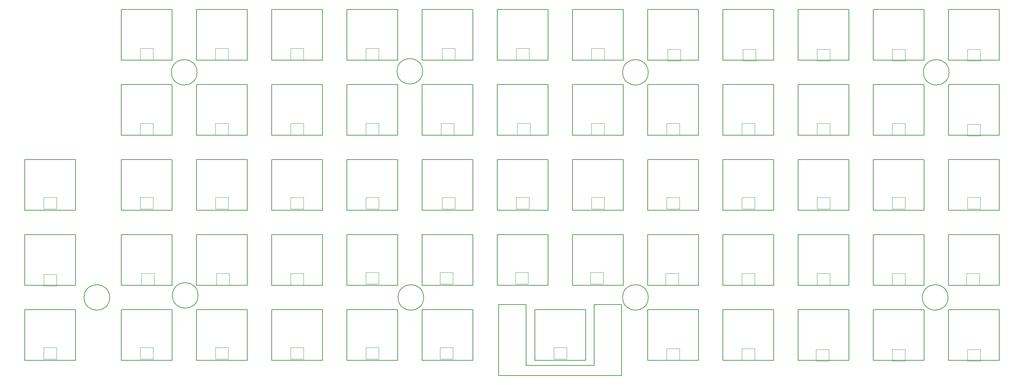
<source format=gbr>
%TF.GenerationSoftware,KiCad,Pcbnew,(5.1.6-0-10_14)*%
%TF.CreationDate,2021-04-03T15:29:21+02:00*%
%TF.ProjectId,Mech50-keyboard,4d656368-3530-42d6-9b65-79626f617264,rev?*%
%TF.SameCoordinates,Original*%
%TF.FileFunction,Other,Comment*%
%FSLAX46Y46*%
G04 Gerber Fmt 4.6, Leading zero omitted, Abs format (unit mm)*
G04 Created by KiCad (PCBNEW (5.1.6-0-10_14)) date 2021-04-03 15:29:21*
%MOMM*%
%LPD*%
G01*
G04 APERTURE LIST*
%ADD10C,0.120000*%
%ADD11C,0.152400*%
%ADD12C,0.150000*%
G04 APERTURE END LIST*
D10*
%TO.C,RGB-61*%
X294564000Y-140078000D02*
X294564000Y-142878000D01*
X294564000Y-142878000D02*
X297764000Y-142878000D01*
X297764000Y-142878000D02*
X297764000Y-140078000D01*
X297764000Y-140078000D02*
X294564000Y-140078000D01*
%TO.C,RGB-60*%
X275768000Y-140078000D02*
X275768000Y-142878000D01*
X275768000Y-142878000D02*
X278968000Y-142878000D01*
X278968000Y-142878000D02*
X278968000Y-140078000D01*
X278968000Y-140078000D02*
X275768000Y-140078000D01*
%TO.C,RGB-59*%
X256718000Y-140078000D02*
X256718000Y-142878000D01*
X256718000Y-142878000D02*
X259918000Y-142878000D01*
X259918000Y-142878000D02*
X259918000Y-140078000D01*
X259918000Y-140078000D02*
X256718000Y-140078000D01*
%TO.C,RGB-58*%
X238176000Y-139824000D02*
X238176000Y-142624000D01*
X238176000Y-142624000D02*
X241376000Y-142624000D01*
X241376000Y-142624000D02*
X241376000Y-139824000D01*
X241376000Y-139824000D02*
X238176000Y-139824000D01*
%TO.C,RGB-57*%
X219380000Y-139824000D02*
X219380000Y-142624000D01*
X219380000Y-142624000D02*
X222580000Y-142624000D01*
X222580000Y-142624000D02*
X222580000Y-139824000D01*
X222580000Y-139824000D02*
X219380000Y-139824000D01*
%TO.C,RGB-56*%
X191186000Y-139570000D02*
X191186000Y-142370000D01*
X191186000Y-142370000D02*
X194386000Y-142370000D01*
X194386000Y-142370000D02*
X194386000Y-139570000D01*
X194386000Y-139570000D02*
X191186000Y-139570000D01*
%TO.C,RGB-55*%
X162738000Y-139570000D02*
X162738000Y-142370000D01*
X162738000Y-142370000D02*
X165938000Y-142370000D01*
X165938000Y-142370000D02*
X165938000Y-139570000D01*
X165938000Y-139570000D02*
X162738000Y-139570000D01*
%TO.C,RGB-54*%
X144196000Y-139570000D02*
X144196000Y-142370000D01*
X144196000Y-142370000D02*
X147396000Y-142370000D01*
X147396000Y-142370000D02*
X147396000Y-139570000D01*
X147396000Y-139570000D02*
X144196000Y-139570000D01*
%TO.C,RGB-53*%
X125400000Y-139570000D02*
X125400000Y-142370000D01*
X125400000Y-142370000D02*
X128600000Y-142370000D01*
X128600000Y-142370000D02*
X128600000Y-139570000D01*
X128600000Y-139570000D02*
X125400000Y-139570000D01*
%TO.C,RGB-52*%
X106604000Y-139570000D02*
X106604000Y-142370000D01*
X106604000Y-142370000D02*
X109804000Y-142370000D01*
X109804000Y-142370000D02*
X109804000Y-139570000D01*
X109804000Y-139570000D02*
X106604000Y-139570000D01*
%TO.C,RGB-51*%
X87808000Y-139570000D02*
X87808000Y-142370000D01*
X87808000Y-142370000D02*
X91008000Y-142370000D01*
X91008000Y-142370000D02*
X91008000Y-139570000D01*
X91008000Y-139570000D02*
X87808000Y-139570000D01*
%TO.C,RGB-50*%
X63678000Y-139570000D02*
X63678000Y-142370000D01*
X63678000Y-142370000D02*
X66878000Y-142370000D01*
X66878000Y-142370000D02*
X66878000Y-139570000D01*
X66878000Y-139570000D02*
X63678000Y-139570000D01*
%TO.C,RGB-49*%
X66878000Y-124082000D02*
X66878000Y-121282000D01*
X66878000Y-121282000D02*
X63678000Y-121282000D01*
X63678000Y-121282000D02*
X63678000Y-124082000D01*
X63678000Y-124082000D02*
X66878000Y-124082000D01*
%TO.C,RGB-48*%
X91262000Y-123828000D02*
X91262000Y-121028000D01*
X91262000Y-121028000D02*
X88062000Y-121028000D01*
X88062000Y-121028000D02*
X88062000Y-123828000D01*
X88062000Y-123828000D02*
X91262000Y-123828000D01*
%TO.C,RGB-47*%
X110058000Y-123828000D02*
X110058000Y-121028000D01*
X110058000Y-121028000D02*
X106858000Y-121028000D01*
X106858000Y-121028000D02*
X106858000Y-123828000D01*
X106858000Y-123828000D02*
X110058000Y-123828000D01*
%TO.C,RGB-46*%
X128600000Y-123828000D02*
X128600000Y-121028000D01*
X128600000Y-121028000D02*
X125400000Y-121028000D01*
X125400000Y-121028000D02*
X125400000Y-123828000D01*
X125400000Y-123828000D02*
X128600000Y-123828000D01*
%TO.C,RGB-45*%
X147396000Y-123574000D02*
X147396000Y-120774000D01*
X147396000Y-120774000D02*
X144196000Y-120774000D01*
X144196000Y-120774000D02*
X144196000Y-123574000D01*
X144196000Y-123574000D02*
X147396000Y-123574000D01*
%TO.C,RGB-44*%
X165938000Y-123574000D02*
X165938000Y-120774000D01*
X165938000Y-120774000D02*
X162738000Y-120774000D01*
X162738000Y-120774000D02*
X162738000Y-123574000D01*
X162738000Y-123574000D02*
X165938000Y-123574000D01*
%TO.C,RGB-43*%
X184734000Y-123574000D02*
X184734000Y-120774000D01*
X184734000Y-120774000D02*
X181534000Y-120774000D01*
X181534000Y-120774000D02*
X181534000Y-123574000D01*
X181534000Y-123574000D02*
X184734000Y-123574000D01*
%TO.C,RGB-42*%
X203530000Y-123574000D02*
X203530000Y-120774000D01*
X203530000Y-120774000D02*
X200330000Y-120774000D01*
X200330000Y-120774000D02*
X200330000Y-123574000D01*
X200330000Y-123574000D02*
X203530000Y-123574000D01*
%TO.C,RGB-41*%
X222326000Y-123828000D02*
X222326000Y-121028000D01*
X222326000Y-121028000D02*
X219126000Y-121028000D01*
X219126000Y-121028000D02*
X219126000Y-123828000D01*
X219126000Y-123828000D02*
X222326000Y-123828000D01*
%TO.C,RGB-40*%
X241376000Y-123828000D02*
X241376000Y-121028000D01*
X241376000Y-121028000D02*
X238176000Y-121028000D01*
X238176000Y-121028000D02*
X238176000Y-123828000D01*
X238176000Y-123828000D02*
X241376000Y-123828000D01*
%TO.C,RGB-39*%
X260172000Y-123828000D02*
X260172000Y-121028000D01*
X260172000Y-121028000D02*
X256972000Y-121028000D01*
X256972000Y-121028000D02*
X256972000Y-123828000D01*
X256972000Y-123828000D02*
X260172000Y-123828000D01*
%TO.C,RGB-38*%
X278968000Y-123828000D02*
X278968000Y-121028000D01*
X278968000Y-121028000D02*
X275768000Y-121028000D01*
X275768000Y-121028000D02*
X275768000Y-123828000D01*
X275768000Y-123828000D02*
X278968000Y-123828000D01*
%TO.C,RGB-37*%
X297510000Y-123828000D02*
X297510000Y-121028000D01*
X297510000Y-121028000D02*
X294310000Y-121028000D01*
X294310000Y-121028000D02*
X294310000Y-123828000D01*
X294310000Y-123828000D02*
X297510000Y-123828000D01*
%TO.C,RGB-36*%
X294564000Y-101978000D02*
X294564000Y-104778000D01*
X294564000Y-104778000D02*
X297764000Y-104778000D01*
X297764000Y-104778000D02*
X297764000Y-101978000D01*
X297764000Y-101978000D02*
X294564000Y-101978000D01*
%TO.C,RGB-35*%
X275768000Y-101978000D02*
X275768000Y-104778000D01*
X275768000Y-104778000D02*
X278968000Y-104778000D01*
X278968000Y-104778000D02*
X278968000Y-101978000D01*
X278968000Y-101978000D02*
X275768000Y-101978000D01*
%TO.C,RGB-34*%
X256972000Y-101978000D02*
X256972000Y-104778000D01*
X256972000Y-104778000D02*
X260172000Y-104778000D01*
X260172000Y-104778000D02*
X260172000Y-101978000D01*
X260172000Y-101978000D02*
X256972000Y-101978000D01*
%TO.C,RGB-33*%
X238176000Y-101978000D02*
X238176000Y-104778000D01*
X238176000Y-104778000D02*
X241376000Y-104778000D01*
X241376000Y-104778000D02*
X241376000Y-101978000D01*
X241376000Y-101978000D02*
X238176000Y-101978000D01*
%TO.C,RGB-32*%
X219380000Y-101978000D02*
X219380000Y-104778000D01*
X219380000Y-104778000D02*
X222580000Y-104778000D01*
X222580000Y-104778000D02*
X222580000Y-101978000D01*
X222580000Y-101978000D02*
X219380000Y-101978000D01*
%TO.C,RGB-31*%
X200584000Y-101978000D02*
X200584000Y-104778000D01*
X200584000Y-104778000D02*
X203784000Y-104778000D01*
X203784000Y-104778000D02*
X203784000Y-101978000D01*
X203784000Y-101978000D02*
X200584000Y-101978000D01*
%TO.C,RGB-30*%
X181788000Y-101978000D02*
X181788000Y-104778000D01*
X181788000Y-104778000D02*
X184988000Y-104778000D01*
X184988000Y-104778000D02*
X184988000Y-101978000D01*
X184988000Y-101978000D02*
X181788000Y-101978000D01*
%TO.C,RGB-29*%
X163246000Y-101978000D02*
X163246000Y-104778000D01*
X163246000Y-104778000D02*
X166446000Y-104778000D01*
X166446000Y-104778000D02*
X166446000Y-101978000D01*
X166446000Y-101978000D02*
X163246000Y-101978000D01*
%TO.C,RGB-28*%
X144196000Y-101978000D02*
X144196000Y-104778000D01*
X144196000Y-104778000D02*
X147396000Y-104778000D01*
X147396000Y-104778000D02*
X147396000Y-101978000D01*
X147396000Y-101978000D02*
X144196000Y-101978000D01*
%TO.C,RGB-27*%
X125400000Y-101978000D02*
X125400000Y-104778000D01*
X125400000Y-104778000D02*
X128600000Y-104778000D01*
X128600000Y-104778000D02*
X128600000Y-101978000D01*
X128600000Y-101978000D02*
X125400000Y-101978000D01*
%TO.C,RGB-26*%
X106604000Y-101978000D02*
X106604000Y-104778000D01*
X106604000Y-104778000D02*
X109804000Y-104778000D01*
X109804000Y-104778000D02*
X109804000Y-101978000D01*
X109804000Y-101978000D02*
X106604000Y-101978000D01*
%TO.C,RGB-25*%
X87808000Y-101978000D02*
X87808000Y-104778000D01*
X87808000Y-104778000D02*
X91008000Y-104778000D01*
X91008000Y-104778000D02*
X91008000Y-101978000D01*
X91008000Y-101978000D02*
X87808000Y-101978000D01*
%TO.C,RGB-24*%
X63678000Y-101978000D02*
X63678000Y-104778000D01*
X63678000Y-104778000D02*
X66878000Y-104778000D01*
X66878000Y-104778000D02*
X66878000Y-101978000D01*
X66878000Y-101978000D02*
X63678000Y-101978000D01*
%TO.C,RGB-23*%
X91008000Y-86236000D02*
X91008000Y-83436000D01*
X91008000Y-83436000D02*
X87808000Y-83436000D01*
X87808000Y-83436000D02*
X87808000Y-86236000D01*
X87808000Y-86236000D02*
X91008000Y-86236000D01*
%TO.C,RGB-22*%
X109804000Y-86236000D02*
X109804000Y-83436000D01*
X109804000Y-83436000D02*
X106604000Y-83436000D01*
X106604000Y-83436000D02*
X106604000Y-86236000D01*
X106604000Y-86236000D02*
X109804000Y-86236000D01*
%TO.C,RGB-21*%
X128600000Y-86236000D02*
X128600000Y-83436000D01*
X128600000Y-83436000D02*
X125400000Y-83436000D01*
X125400000Y-83436000D02*
X125400000Y-86236000D01*
X125400000Y-86236000D02*
X128600000Y-86236000D01*
%TO.C,RGB-20*%
X147396000Y-86236000D02*
X147396000Y-83436000D01*
X147396000Y-83436000D02*
X144196000Y-83436000D01*
X144196000Y-83436000D02*
X144196000Y-86236000D01*
X144196000Y-86236000D02*
X147396000Y-86236000D01*
%TO.C,RGB-19*%
X166192000Y-86236000D02*
X166192000Y-83436000D01*
X166192000Y-83436000D02*
X162992000Y-83436000D01*
X162992000Y-83436000D02*
X162992000Y-86236000D01*
X162992000Y-86236000D02*
X166192000Y-86236000D01*
%TO.C,RGB-18*%
X185242000Y-86236000D02*
X185242000Y-83436000D01*
X185242000Y-83436000D02*
X182042000Y-83436000D01*
X182042000Y-83436000D02*
X182042000Y-86236000D01*
X182042000Y-86236000D02*
X185242000Y-86236000D01*
%TO.C,RGB-17*%
X203784000Y-86236000D02*
X203784000Y-83436000D01*
X203784000Y-83436000D02*
X200584000Y-83436000D01*
X200584000Y-83436000D02*
X200584000Y-86236000D01*
X200584000Y-86236000D02*
X203784000Y-86236000D01*
%TO.C,RGB-16*%
X222580000Y-86236000D02*
X222580000Y-83436000D01*
X222580000Y-83436000D02*
X219380000Y-83436000D01*
X219380000Y-83436000D02*
X219380000Y-86236000D01*
X219380000Y-86236000D02*
X222580000Y-86236000D01*
%TO.C,RGB-15*%
X241376000Y-86236000D02*
X241376000Y-83436000D01*
X241376000Y-83436000D02*
X238176000Y-83436000D01*
X238176000Y-83436000D02*
X238176000Y-86236000D01*
X238176000Y-86236000D02*
X241376000Y-86236000D01*
%TO.C,RGB-14*%
X260172000Y-86236000D02*
X260172000Y-83436000D01*
X260172000Y-83436000D02*
X256972000Y-83436000D01*
X256972000Y-83436000D02*
X256972000Y-86236000D01*
X256972000Y-86236000D02*
X260172000Y-86236000D01*
%TO.C,RGB-13*%
X278968000Y-86236000D02*
X278968000Y-83436000D01*
X278968000Y-83436000D02*
X275768000Y-83436000D01*
X275768000Y-83436000D02*
X275768000Y-86236000D01*
X275768000Y-86236000D02*
X278968000Y-86236000D01*
%TO.C,RGB-12*%
X297764000Y-86490000D02*
X297764000Y-83690000D01*
X297764000Y-83690000D02*
X294564000Y-83690000D01*
X294564000Y-83690000D02*
X294564000Y-86490000D01*
X294564000Y-86490000D02*
X297764000Y-86490000D01*
D11*
%TO.C,S-E12*%
X289814000Y-130048000D02*
X302514000Y-130048000D01*
X302514000Y-130048000D02*
X302514000Y-142748000D01*
X302514000Y-142748000D02*
X289814000Y-142748000D01*
X289814000Y-142748000D02*
X289814000Y-130048000D01*
%TO.C,S-E6*%
X186436000Y-130048000D02*
X199136000Y-130048000D01*
X199136000Y-130048000D02*
X199136000Y-142748000D01*
X199136000Y-142748000D02*
X186436000Y-142748000D01*
X186436000Y-142748000D02*
X186436000Y-130048000D01*
X208153000Y-128778000D02*
X201295000Y-128778000D01*
X201295000Y-128778000D02*
X201295000Y-144018000D01*
X201295000Y-144018000D02*
X184277000Y-144018000D01*
X184277000Y-144018000D02*
X184277000Y-128778000D01*
X184277000Y-128778000D02*
X177419000Y-128778000D01*
X177419000Y-128778000D02*
X177419000Y-146558000D01*
X177419000Y-146558000D02*
X208153000Y-146558000D01*
X208153000Y-146558000D02*
X208153000Y-128778000D01*
%TO.C,S-A0*%
X83058000Y-54864000D02*
X95758000Y-54864000D01*
X95758000Y-54864000D02*
X95758000Y-67564000D01*
X95758000Y-67564000D02*
X83058000Y-67564000D01*
X83058000Y-67564000D02*
X83058000Y-54864000D01*
%TO.C,S-A1*%
X101854000Y-54864000D02*
X114554000Y-54864000D01*
X114554000Y-54864000D02*
X114554000Y-67564000D01*
X114554000Y-67564000D02*
X101854000Y-67564000D01*
X101854000Y-67564000D02*
X101854000Y-54864000D01*
%TO.C,S-A2*%
X120650000Y-54864000D02*
X133350000Y-54864000D01*
X133350000Y-54864000D02*
X133350000Y-67564000D01*
X133350000Y-67564000D02*
X120650000Y-67564000D01*
X120650000Y-67564000D02*
X120650000Y-54864000D01*
%TO.C,S-A3*%
X139446000Y-54864000D02*
X152146000Y-54864000D01*
X152146000Y-54864000D02*
X152146000Y-67564000D01*
X152146000Y-67564000D02*
X139446000Y-67564000D01*
X139446000Y-67564000D02*
X139446000Y-54864000D01*
%TO.C,S-A4*%
X158242000Y-54864000D02*
X170942000Y-54864000D01*
X170942000Y-54864000D02*
X170942000Y-67564000D01*
X170942000Y-67564000D02*
X158242000Y-67564000D01*
X158242000Y-67564000D02*
X158242000Y-54864000D01*
%TO.C,S-A5*%
X177038000Y-54864000D02*
X189738000Y-54864000D01*
X189738000Y-54864000D02*
X189738000Y-67564000D01*
X189738000Y-67564000D02*
X177038000Y-67564000D01*
X177038000Y-67564000D02*
X177038000Y-54864000D01*
%TO.C,S-A6*%
X195834000Y-54864000D02*
X208534000Y-54864000D01*
X208534000Y-54864000D02*
X208534000Y-67564000D01*
X208534000Y-67564000D02*
X195834000Y-67564000D01*
X195834000Y-67564000D02*
X195834000Y-54864000D01*
%TO.C,S-A7*%
X214630000Y-54864000D02*
X227330000Y-54864000D01*
X227330000Y-54864000D02*
X227330000Y-67564000D01*
X227330000Y-67564000D02*
X214630000Y-67564000D01*
X214630000Y-67564000D02*
X214630000Y-54864000D01*
%TO.C,S-A8*%
X233426000Y-54864000D02*
X246126000Y-54864000D01*
X246126000Y-54864000D02*
X246126000Y-67564000D01*
X246126000Y-67564000D02*
X233426000Y-67564000D01*
X233426000Y-67564000D02*
X233426000Y-54864000D01*
%TO.C,S-A9*%
X252222000Y-54864000D02*
X264922000Y-54864000D01*
X264922000Y-54864000D02*
X264922000Y-67564000D01*
X264922000Y-67564000D02*
X252222000Y-67564000D01*
X252222000Y-67564000D02*
X252222000Y-54864000D01*
%TO.C,S-A10*%
X271018000Y-54864000D02*
X283718000Y-54864000D01*
X283718000Y-54864000D02*
X283718000Y-67564000D01*
X283718000Y-67564000D02*
X271018000Y-67564000D01*
X271018000Y-67564000D02*
X271018000Y-54864000D01*
%TO.C,S-A11*%
X289814000Y-54864000D02*
X302514000Y-54864000D01*
X302514000Y-54864000D02*
X302514000Y-67564000D01*
X302514000Y-67564000D02*
X289814000Y-67564000D01*
X289814000Y-67564000D02*
X289814000Y-54864000D01*
%TO.C,S-B0*%
X83058000Y-73660000D02*
X95758000Y-73660000D01*
X95758000Y-73660000D02*
X95758000Y-86360000D01*
X95758000Y-86360000D02*
X83058000Y-86360000D01*
X83058000Y-86360000D02*
X83058000Y-73660000D01*
%TO.C,S-B1*%
X101854000Y-73660000D02*
X114554000Y-73660000D01*
X114554000Y-73660000D02*
X114554000Y-86360000D01*
X114554000Y-86360000D02*
X101854000Y-86360000D01*
X101854000Y-86360000D02*
X101854000Y-73660000D01*
%TO.C,S-B2*%
X120650000Y-73660000D02*
X133350000Y-73660000D01*
X133350000Y-73660000D02*
X133350000Y-86360000D01*
X133350000Y-86360000D02*
X120650000Y-86360000D01*
X120650000Y-86360000D02*
X120650000Y-73660000D01*
%TO.C,S-B3*%
X139446000Y-73660000D02*
X152146000Y-73660000D01*
X152146000Y-73660000D02*
X152146000Y-86360000D01*
X152146000Y-86360000D02*
X139446000Y-86360000D01*
X139446000Y-86360000D02*
X139446000Y-73660000D01*
%TO.C,S-B4*%
X158242000Y-73660000D02*
X170942000Y-73660000D01*
X170942000Y-73660000D02*
X170942000Y-86360000D01*
X170942000Y-86360000D02*
X158242000Y-86360000D01*
X158242000Y-86360000D02*
X158242000Y-73660000D01*
%TO.C,S-B5*%
X177038000Y-73660000D02*
X189738000Y-73660000D01*
X189738000Y-73660000D02*
X189738000Y-86360000D01*
X189738000Y-86360000D02*
X177038000Y-86360000D01*
X177038000Y-86360000D02*
X177038000Y-73660000D01*
%TO.C,S-B6*%
X195834000Y-73660000D02*
X208534000Y-73660000D01*
X208534000Y-73660000D02*
X208534000Y-86360000D01*
X208534000Y-86360000D02*
X195834000Y-86360000D01*
X195834000Y-86360000D02*
X195834000Y-73660000D01*
%TO.C,S-B7*%
X214630000Y-73660000D02*
X227330000Y-73660000D01*
X227330000Y-73660000D02*
X227330000Y-86360000D01*
X227330000Y-86360000D02*
X214630000Y-86360000D01*
X214630000Y-86360000D02*
X214630000Y-73660000D01*
%TO.C,S-B8*%
X233426000Y-73660000D02*
X246126000Y-73660000D01*
X246126000Y-73660000D02*
X246126000Y-86360000D01*
X246126000Y-86360000D02*
X233426000Y-86360000D01*
X233426000Y-86360000D02*
X233426000Y-73660000D01*
%TO.C,S-B9*%
X252222000Y-73660000D02*
X264922000Y-73660000D01*
X264922000Y-73660000D02*
X264922000Y-86360000D01*
X264922000Y-86360000D02*
X252222000Y-86360000D01*
X252222000Y-86360000D02*
X252222000Y-73660000D01*
%TO.C,S-B10*%
X271018000Y-73660000D02*
X283718000Y-73660000D01*
X283718000Y-73660000D02*
X283718000Y-86360000D01*
X283718000Y-86360000D02*
X271018000Y-86360000D01*
X271018000Y-86360000D02*
X271018000Y-73660000D01*
%TO.C,S-B11*%
X289814000Y-73660000D02*
X302514000Y-73660000D01*
X302514000Y-73660000D02*
X302514000Y-86360000D01*
X302514000Y-86360000D02*
X289814000Y-86360000D01*
X289814000Y-86360000D02*
X289814000Y-73660000D01*
%TO.C,S-C0*%
X58928000Y-92456000D02*
X71628000Y-92456000D01*
X71628000Y-92456000D02*
X71628000Y-105156000D01*
X71628000Y-105156000D02*
X58928000Y-105156000D01*
X58928000Y-105156000D02*
X58928000Y-92456000D01*
%TO.C,S-C1*%
X83058000Y-92456000D02*
X95758000Y-92456000D01*
X95758000Y-92456000D02*
X95758000Y-105156000D01*
X95758000Y-105156000D02*
X83058000Y-105156000D01*
X83058000Y-105156000D02*
X83058000Y-92456000D01*
%TO.C,S-C2*%
X101854000Y-92456000D02*
X114554000Y-92456000D01*
X114554000Y-92456000D02*
X114554000Y-105156000D01*
X114554000Y-105156000D02*
X101854000Y-105156000D01*
X101854000Y-105156000D02*
X101854000Y-92456000D01*
%TO.C,S-C3*%
X120650000Y-92456000D02*
X133350000Y-92456000D01*
X133350000Y-92456000D02*
X133350000Y-105156000D01*
X133350000Y-105156000D02*
X120650000Y-105156000D01*
X120650000Y-105156000D02*
X120650000Y-92456000D01*
%TO.C,S-C4*%
X139446000Y-92456000D02*
X152146000Y-92456000D01*
X152146000Y-92456000D02*
X152146000Y-105156000D01*
X152146000Y-105156000D02*
X139446000Y-105156000D01*
X139446000Y-105156000D02*
X139446000Y-92456000D01*
%TO.C,S-C5*%
X158242000Y-92456000D02*
X170942000Y-92456000D01*
X170942000Y-92456000D02*
X170942000Y-105156000D01*
X170942000Y-105156000D02*
X158242000Y-105156000D01*
X158242000Y-105156000D02*
X158242000Y-92456000D01*
%TO.C,S-C6*%
X177038000Y-92456000D02*
X189738000Y-92456000D01*
X189738000Y-92456000D02*
X189738000Y-105156000D01*
X189738000Y-105156000D02*
X177038000Y-105156000D01*
X177038000Y-105156000D02*
X177038000Y-92456000D01*
%TO.C,S-C7*%
X195834000Y-92456000D02*
X208534000Y-92456000D01*
X208534000Y-92456000D02*
X208534000Y-105156000D01*
X208534000Y-105156000D02*
X195834000Y-105156000D01*
X195834000Y-105156000D02*
X195834000Y-92456000D01*
%TO.C,S-C8*%
X214630000Y-92456000D02*
X227330000Y-92456000D01*
X227330000Y-92456000D02*
X227330000Y-105156000D01*
X227330000Y-105156000D02*
X214630000Y-105156000D01*
X214630000Y-105156000D02*
X214630000Y-92456000D01*
%TO.C,S-C9*%
X233426000Y-92456000D02*
X246126000Y-92456000D01*
X246126000Y-92456000D02*
X246126000Y-105156000D01*
X246126000Y-105156000D02*
X233426000Y-105156000D01*
X233426000Y-105156000D02*
X233426000Y-92456000D01*
%TO.C,S-C10*%
X252222000Y-92456000D02*
X264922000Y-92456000D01*
X264922000Y-92456000D02*
X264922000Y-105156000D01*
X264922000Y-105156000D02*
X252222000Y-105156000D01*
X252222000Y-105156000D02*
X252222000Y-92456000D01*
%TO.C,S-C11*%
X271018000Y-92456000D02*
X283718000Y-92456000D01*
X283718000Y-92456000D02*
X283718000Y-105156000D01*
X283718000Y-105156000D02*
X271018000Y-105156000D01*
X271018000Y-105156000D02*
X271018000Y-92456000D01*
%TO.C,S-C12*%
X289814000Y-92456000D02*
X302514000Y-92456000D01*
X302514000Y-92456000D02*
X302514000Y-105156000D01*
X302514000Y-105156000D02*
X289814000Y-105156000D01*
X289814000Y-105156000D02*
X289814000Y-92456000D01*
%TO.C,S-D0*%
X58928000Y-111252000D02*
X71628000Y-111252000D01*
X71628000Y-111252000D02*
X71628000Y-123952000D01*
X71628000Y-123952000D02*
X58928000Y-123952000D01*
X58928000Y-123952000D02*
X58928000Y-111252000D01*
%TO.C,S-D1*%
X83058000Y-111252000D02*
X95758000Y-111252000D01*
X95758000Y-111252000D02*
X95758000Y-123952000D01*
X95758000Y-123952000D02*
X83058000Y-123952000D01*
X83058000Y-123952000D02*
X83058000Y-111252000D01*
%TO.C,S-D2*%
X101854000Y-111252000D02*
X114554000Y-111252000D01*
X114554000Y-111252000D02*
X114554000Y-123952000D01*
X114554000Y-123952000D02*
X101854000Y-123952000D01*
X101854000Y-123952000D02*
X101854000Y-111252000D01*
%TO.C,S-D3*%
X120650000Y-111252000D02*
X133350000Y-111252000D01*
X133350000Y-111252000D02*
X133350000Y-123952000D01*
X133350000Y-123952000D02*
X120650000Y-123952000D01*
X120650000Y-123952000D02*
X120650000Y-111252000D01*
%TO.C,S-D4*%
X139446000Y-111252000D02*
X152146000Y-111252000D01*
X152146000Y-111252000D02*
X152146000Y-123952000D01*
X152146000Y-123952000D02*
X139446000Y-123952000D01*
X139446000Y-123952000D02*
X139446000Y-111252000D01*
%TO.C,S-D5*%
X158242000Y-111252000D02*
X170942000Y-111252000D01*
X170942000Y-111252000D02*
X170942000Y-123952000D01*
X170942000Y-123952000D02*
X158242000Y-123952000D01*
X158242000Y-123952000D02*
X158242000Y-111252000D01*
%TO.C,S-D6*%
X177038000Y-111252000D02*
X189738000Y-111252000D01*
X189738000Y-111252000D02*
X189738000Y-123952000D01*
X189738000Y-123952000D02*
X177038000Y-123952000D01*
X177038000Y-123952000D02*
X177038000Y-111252000D01*
%TO.C,S-D7*%
X195834000Y-111252000D02*
X208534000Y-111252000D01*
X208534000Y-111252000D02*
X208534000Y-123952000D01*
X208534000Y-123952000D02*
X195834000Y-123952000D01*
X195834000Y-123952000D02*
X195834000Y-111252000D01*
%TO.C,S-D8*%
X214630000Y-111252000D02*
X227330000Y-111252000D01*
X227330000Y-111252000D02*
X227330000Y-123952000D01*
X227330000Y-123952000D02*
X214630000Y-123952000D01*
X214630000Y-123952000D02*
X214630000Y-111252000D01*
%TO.C,S-D9*%
X233426000Y-111252000D02*
X246126000Y-111252000D01*
X246126000Y-111252000D02*
X246126000Y-123952000D01*
X246126000Y-123952000D02*
X233426000Y-123952000D01*
X233426000Y-123952000D02*
X233426000Y-111252000D01*
%TO.C,S-D10*%
X252222000Y-111252000D02*
X264922000Y-111252000D01*
X264922000Y-111252000D02*
X264922000Y-123952000D01*
X264922000Y-123952000D02*
X252222000Y-123952000D01*
X252222000Y-123952000D02*
X252222000Y-111252000D01*
%TO.C,S-D11*%
X271018000Y-111252000D02*
X283718000Y-111252000D01*
X283718000Y-111252000D02*
X283718000Y-123952000D01*
X283718000Y-123952000D02*
X271018000Y-123952000D01*
X271018000Y-123952000D02*
X271018000Y-111252000D01*
%TO.C,S-D12*%
X289814000Y-111252000D02*
X302514000Y-111252000D01*
X302514000Y-111252000D02*
X302514000Y-123952000D01*
X302514000Y-123952000D02*
X289814000Y-123952000D01*
X289814000Y-123952000D02*
X289814000Y-111252000D01*
%TO.C,S-E0*%
X58928000Y-130048000D02*
X71628000Y-130048000D01*
X71628000Y-130048000D02*
X71628000Y-142748000D01*
X71628000Y-142748000D02*
X58928000Y-142748000D01*
X58928000Y-142748000D02*
X58928000Y-130048000D01*
%TO.C,S-E1*%
X83058000Y-130048000D02*
X95758000Y-130048000D01*
X95758000Y-130048000D02*
X95758000Y-142748000D01*
X95758000Y-142748000D02*
X83058000Y-142748000D01*
X83058000Y-142748000D02*
X83058000Y-130048000D01*
%TO.C,S-E2*%
X101854000Y-130048000D02*
X114554000Y-130048000D01*
X114554000Y-130048000D02*
X114554000Y-142748000D01*
X114554000Y-142748000D02*
X101854000Y-142748000D01*
X101854000Y-142748000D02*
X101854000Y-130048000D01*
%TO.C,S-E3*%
X120650000Y-130048000D02*
X133350000Y-130048000D01*
X133350000Y-130048000D02*
X133350000Y-142748000D01*
X133350000Y-142748000D02*
X120650000Y-142748000D01*
X120650000Y-142748000D02*
X120650000Y-130048000D01*
%TO.C,S-E4*%
X139446000Y-130048000D02*
X152146000Y-130048000D01*
X152146000Y-130048000D02*
X152146000Y-142748000D01*
X152146000Y-142748000D02*
X139446000Y-142748000D01*
X139446000Y-142748000D02*
X139446000Y-130048000D01*
%TO.C,S-E5*%
X158242000Y-130048000D02*
X170942000Y-130048000D01*
X170942000Y-130048000D02*
X170942000Y-142748000D01*
X170942000Y-142748000D02*
X158242000Y-142748000D01*
X158242000Y-142748000D02*
X158242000Y-130048000D01*
%TO.C,S-E8*%
X214630000Y-130048000D02*
X227330000Y-130048000D01*
X227330000Y-130048000D02*
X227330000Y-142748000D01*
X227330000Y-142748000D02*
X214630000Y-142748000D01*
X214630000Y-142748000D02*
X214630000Y-130048000D01*
%TO.C,S-E9*%
X233426000Y-130048000D02*
X246126000Y-130048000D01*
X246126000Y-130048000D02*
X246126000Y-142748000D01*
X246126000Y-142748000D02*
X233426000Y-142748000D01*
X233426000Y-142748000D02*
X233426000Y-130048000D01*
%TO.C,S-E10*%
X252222000Y-130048000D02*
X264922000Y-130048000D01*
X264922000Y-130048000D02*
X264922000Y-142748000D01*
X264922000Y-142748000D02*
X252222000Y-142748000D01*
X252222000Y-142748000D02*
X252222000Y-130048000D01*
%TO.C,S-E11*%
X271018000Y-130048000D02*
X283718000Y-130048000D01*
X283718000Y-130048000D02*
X283718000Y-142748000D01*
X283718000Y-142748000D02*
X271018000Y-142748000D01*
X271018000Y-142748000D02*
X271018000Y-130048000D01*
D10*
%TO.C,RGB-0*%
X87808000Y-64640000D02*
X87808000Y-67440000D01*
X87808000Y-67440000D02*
X91008000Y-67440000D01*
X91008000Y-67440000D02*
X91008000Y-64640000D01*
X91008000Y-64640000D02*
X87808000Y-64640000D01*
%TO.C,RGB-11*%
X294564000Y-64894000D02*
X294564000Y-67694000D01*
X294564000Y-67694000D02*
X297764000Y-67694000D01*
X297764000Y-67694000D02*
X297764000Y-64894000D01*
X297764000Y-64894000D02*
X294564000Y-64894000D01*
%TO.C,RGB-2*%
X125400000Y-64640000D02*
X125400000Y-67440000D01*
X125400000Y-67440000D02*
X128600000Y-67440000D01*
X128600000Y-67440000D02*
X128600000Y-64640000D01*
X128600000Y-64640000D02*
X125400000Y-64640000D01*
%TO.C,RGB-10*%
X275768000Y-64894000D02*
X275768000Y-67694000D01*
X275768000Y-67694000D02*
X278968000Y-67694000D01*
X278968000Y-67694000D02*
X278968000Y-64894000D01*
X278968000Y-64894000D02*
X275768000Y-64894000D01*
%TO.C,RGB-9*%
X256972000Y-64894000D02*
X256972000Y-67694000D01*
X256972000Y-67694000D02*
X260172000Y-67694000D01*
X260172000Y-67694000D02*
X260172000Y-64894000D01*
X260172000Y-64894000D02*
X256972000Y-64894000D01*
%TO.C,RGB-8*%
X238430000Y-64894000D02*
X238430000Y-67694000D01*
X238430000Y-67694000D02*
X241630000Y-67694000D01*
X241630000Y-67694000D02*
X241630000Y-64894000D01*
X241630000Y-64894000D02*
X238430000Y-64894000D01*
%TO.C,RGB-7*%
X219634000Y-64894000D02*
X219634000Y-67694000D01*
X219634000Y-67694000D02*
X222834000Y-67694000D01*
X222834000Y-67694000D02*
X222834000Y-64894000D01*
X222834000Y-64894000D02*
X219634000Y-64894000D01*
%TO.C,RGB-6*%
X200584000Y-64640000D02*
X200584000Y-67440000D01*
X200584000Y-67440000D02*
X203784000Y-67440000D01*
X203784000Y-67440000D02*
X203784000Y-64640000D01*
X203784000Y-64640000D02*
X200584000Y-64640000D01*
%TO.C,RGB-5*%
X181788000Y-64640000D02*
X181788000Y-67440000D01*
X181788000Y-67440000D02*
X184988000Y-67440000D01*
X184988000Y-67440000D02*
X184988000Y-64640000D01*
X184988000Y-64640000D02*
X181788000Y-64640000D01*
%TO.C,RGB-4*%
X163246000Y-64640000D02*
X163246000Y-67440000D01*
X163246000Y-67440000D02*
X166446000Y-67440000D01*
X166446000Y-67440000D02*
X166446000Y-64640000D01*
X166446000Y-64640000D02*
X163246000Y-64640000D01*
%TO.C,RGB-3*%
X144196000Y-64640000D02*
X144196000Y-67440000D01*
X144196000Y-67440000D02*
X147396000Y-67440000D01*
X147396000Y-67440000D02*
X147396000Y-64640000D01*
X147396000Y-64640000D02*
X144196000Y-64640000D01*
%TO.C,RGB-1*%
X106604000Y-64640000D02*
X106604000Y-67440000D01*
X106604000Y-67440000D02*
X109804000Y-67440000D01*
X109804000Y-67440000D02*
X109804000Y-64640000D01*
X109804000Y-64640000D02*
X106604000Y-64640000D01*
D12*
%TO.C,H10*%
X102260000Y-126492000D02*
G75*
G03*
X102260000Y-126492000I-3200000J0D01*
G01*
%TO.C,H5*%
X289966000Y-70612000D02*
G75*
G03*
X289966000Y-70612000I-3200000J0D01*
G01*
%TO.C,H4*%
X214782000Y-127000000D02*
G75*
G03*
X214782000Y-127000000I-3200000J0D01*
G01*
%TO.C,H3*%
X214782000Y-70612000D02*
G75*
G03*
X214782000Y-70612000I-3200000J0D01*
G01*
%TO.C,H2*%
X102006000Y-70612000D02*
G75*
G03*
X102006000Y-70612000I-3200000J0D01*
G01*
%TO.C,H1*%
X158394000Y-70358000D02*
G75*
G03*
X158394000Y-70358000I-3200000J0D01*
G01*
%TO.C,H13*%
X80162000Y-127000000D02*
G75*
G03*
X80162000Y-127000000I-3200000J0D01*
G01*
%TO.C,H12*%
X289712000Y-127000000D02*
G75*
G03*
X289712000Y-127000000I-3200000J0D01*
G01*
%TO.C,H11*%
X158648000Y-127000000D02*
G75*
G03*
X158648000Y-127000000I-3200000J0D01*
G01*
%TD*%
M02*

</source>
